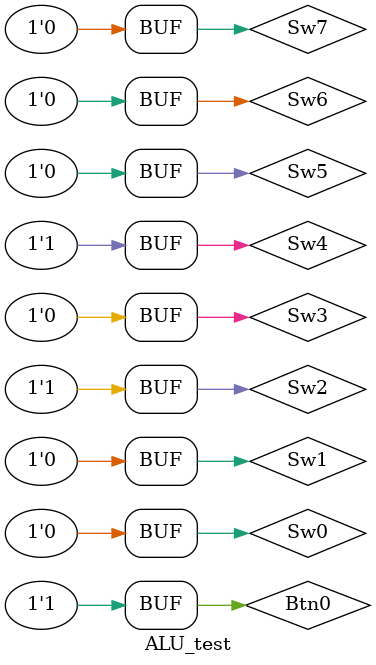
<source format=v>
module ALU_test;
reg 			Sw0;
    reg 			Sw1;
    reg			Sw2;
    reg 			Sw3;
    reg 			Sw4;
    reg 			Sw5;
    reg 			Sw6;
    reg 			Sw7;
    reg			Btn0;
    wire [7:0]	SSD;
    wire [2:0] CompOut;
ALU_top ALU_uut(Sw0,Sw1,Sw2,Sw3,Sw4,Sw5,Sw6,Sw7,Btn0,SSD,CompOut);
initial
begin
Sw3=0; Sw2=1; Sw1=1; Sw0=1; //X
Sw7=0; Sw6=0; Sw5=1; Sw4=0; //Y
Btn0=0;//Adder
#10 Sw3=0; Sw2=1; Sw1=1; Sw0=1; //X
Sw7=0; Sw6=0; Sw5=1; Sw4=0; //Y
Btn0=1;//Subtracotr

#10 Sw3=0; Sw2=1; Sw1=0; Sw0=1; //X
Sw7=0; Sw6=1; Sw5=1; Sw4=0; //Y
Btn0=0;//Adder
#10 Sw3=0; Sw2=1; Sw1=0; Sw0=1; //X
Sw7=0; Sw6=1; Sw5=1; Sw4=0; //Y
Btn0=1;//Subtracotr

#10 Sw3=0; Sw2=1; Sw1=0; Sw0=0; //X
Sw7=0; Sw6=0; Sw5=0; Sw4=1; //Y
Btn0=0;//Adder
#10 Sw3=0; Sw2=1; Sw1=0; Sw0=0; //X
Sw7=0; Sw6=0; Sw5=0; Sw4=1; //Y
Btn0=1;//Subtracotr

end 
endmodule
</source>
